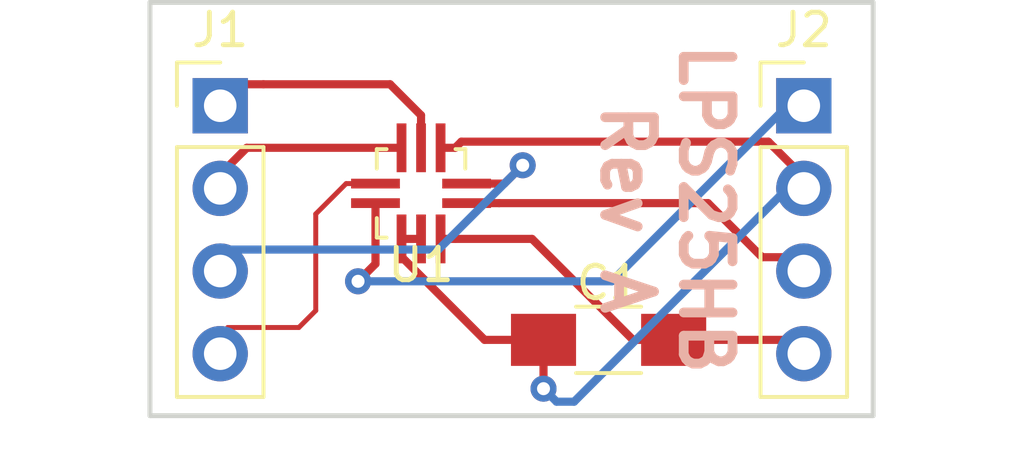
<source format=kicad_pcb>
(kicad_pcb (version 20171130) (host pcbnew 5.0.2+dfsg1-1)

  (general
    (thickness 1.6)
    (drawings 5)
    (tracks 46)
    (zones 0)
    (modules 4)
    (nets 9)
  )

  (page A4)
  (layers
    (0 F.Cu signal)
    (31 B.Cu signal)
    (32 B.Adhes user)
    (33 F.Adhes user)
    (36 B.SilkS user)
    (37 F.SilkS user)
    (38 B.Mask user)
    (39 F.Mask user)
    (40 Dwgs.User user)
    (41 Cmts.User user)
    (42 Eco1.User user)
    (43 Eco2.User user)
    (44 Edge.Cuts user)
    (45 Margin user)
    (46 B.CrtYd user)
    (47 F.CrtYd user)
    (48 B.Fab user)
    (49 F.Fab user)
  )

  (setup
    (last_trace_width 0.1524)
    (trace_clearance 0.1524)
    (zone_clearance 0.508)
    (zone_45_only no)
    (trace_min 0.1524)
    (segment_width 0.2)
    (edge_width 0.15)
    (via_size 0.6858)
    (via_drill 0.3302)
    (via_min_size 0.508)
    (via_min_drill 0.254)
    (uvia_size 0.6858)
    (uvia_drill 0.3302)
    (uvias_allowed no)
    (uvia_min_size 0.2)
    (uvia_min_drill 0.1)
    (pcb_text_width 0.3)
    (pcb_text_size 1.5 1.5)
    (mod_edge_width 0.15)
    (mod_text_size 1 1)
    (mod_text_width 0.15)
    (pad_size 1.524 1.524)
    (pad_drill 0.762)
    (pad_to_mask_clearance 0.0508)
    (aux_axis_origin 0 0)
    (visible_elements FFFFFF7F)
    (pcbplotparams
      (layerselection 0x010fc_ffffffff)
      (usegerberextensions false)
      (usegerberattributes false)
      (usegerberadvancedattributes false)
      (creategerberjobfile false)
      (excludeedgelayer true)
      (linewidth 0.100000)
      (plotframeref false)
      (viasonmask false)
      (mode 1)
      (useauxorigin false)
      (hpglpennumber 1)
      (hpglpenspeed 20)
      (hpglpendiameter 15.000000)
      (psnegative false)
      (psa4output false)
      (plotreference true)
      (plotvalue true)
      (plotinvisibletext false)
      (padsonsilk false)
      (subtractmaskfromsilk false)
      (outputformat 1)
      (mirror false)
      (drillshape 1)
      (scaleselection 1)
      (outputdirectory ""))
  )

  (net 0 "")
  (net 1 /GND)
  (net 2 /VDD)
  (net 3 /SDA_MOSI)
  (net 4 /SAO_MISO)
  (net 5 /SCLK)
  (net 6 /CS)
  (net 7 /INT)
  (net 8 /VDDio)

  (net_class Default "This is the default net class."
    (clearance 0.1524)
    (trace_width 0.1524)
    (via_dia 0.6858)
    (via_drill 0.3302)
    (uvia_dia 0.6858)
    (uvia_drill 0.3302)
    (add_net /CS)
    (add_net /GND)
    (add_net /INT)
    (add_net /SAO_MISO)
    (add_net /SCLK)
    (add_net /SDA_MOSI)
    (add_net /VDD)
    (add_net /VDDio)
  )

  (module lps25hb:ST_HLGA-10_2.5x2.5mm_P0.6mm_LayoutBorder3x2y_HandSolder (layer F.Cu) (tedit 5D17CC70) (tstamp 5D2F1CA6)
    (at 137.2362 93.4974 180)
    (descr "ST  HLGA, 10 Pin (https://www.st.com/resource/en/datasheet/lps25hb.pdf#page=46), generated with kicad-footprint-generator ipc_lga_layoutBorder_generator.py")
    (tags "ST HLGA LGA")
    (path /5D17B549)
    (attr smd)
    (fp_text reference U1 (at 0 -2.2 180) (layer F.SilkS)
      (effects (font (size 1 1) (thickness 0.15)))
    )
    (fp_text value LPS25HB (at 0 2.2 180) (layer F.Fab)
      (effects (font (size 1 1) (thickness 0.15)))
    )
    (fp_text user %R (at 0 0 180) (layer F.Fab)
      (effects (font (size 0.62 0.62) (thickness 0.09)))
    )
    (fp_line (start 1.5 -1.5) (end -1.5 -1.5) (layer F.CrtYd) (width 0.05))
    (fp_line (start 1.5 1.5) (end 1.5 -1.5) (layer F.CrtYd) (width 0.05))
    (fp_line (start -1.5 1.5) (end 1.5 1.5) (layer F.CrtYd) (width 0.05))
    (fp_line (start -1.5 -1.5) (end -1.5 1.5) (layer F.CrtYd) (width 0.05))
    (fp_line (start -1.25 -0.625) (end -0.625 -1.25) (layer F.Fab) (width 0.1))
    (fp_line (start -1.25 1.25) (end -1.25 -0.625) (layer F.Fab) (width 0.1))
    (fp_line (start 1.25 1.25) (end -1.25 1.25) (layer F.Fab) (width 0.1))
    (fp_line (start 1.25 -1.25) (end 1.25 1.25) (layer F.Fab) (width 0.1))
    (fp_line (start -0.625 -1.25) (end 1.25 -1.25) (layer F.Fab) (width 0.1))
    (fp_line (start 1.36 1.36) (end 1.36 0.76) (layer F.SilkS) (width 0.12))
    (fp_line (start 1.06 1.36) (end 1.36 1.36) (layer F.SilkS) (width 0.12))
    (fp_line (start -1.36 1.36) (end -1.36 0.76) (layer F.SilkS) (width 0.12))
    (fp_line (start -1.06 1.36) (end -1.36 1.36) (layer F.SilkS) (width 0.12))
    (fp_line (start 1.36 -1.36) (end 1.36 -0.76) (layer F.SilkS) (width 0.12))
    (fp_line (start 1.06 -1.36) (end 1.36 -1.36) (layer F.SilkS) (width 0.12))
    (pad 10 smd rect (at -0.6 -1.4 180) (size 0.3 1.5) (layers F.Cu F.Paste F.Mask)
      (net 2 /VDD))
    (pad 9 smd rect (at 0 -1.4 180) (size 0.3 1.5) (layers F.Cu F.Paste F.Mask)
      (net 1 /GND))
    (pad 8 smd rect (at 0.6 -1.4 180) (size 0.3 1.5) (layers F.Cu F.Paste F.Mask)
      (net 1 /GND))
    (pad 7 smd rect (at 1.4 -0.3 180) (size 1.5 0.3) (layers F.Cu F.Paste F.Mask)
      (net 7 /INT))
    (pad 6 smd rect (at 1.4 0.3 180) (size 1.5 0.3) (layers F.Cu F.Paste F.Mask)
      (net 6 /CS))
    (pad 5 smd rect (at 0.6 1.4 180) (size 0.3 1.5) (layers F.Cu F.Paste F.Mask)
      (net 4 /SAO_MISO))
    (pad 4 smd rect (at 0 1.4 180) (size 0.3 1.5) (layers F.Cu F.Paste F.Mask)
      (net 3 /SDA_MOSI))
    (pad 3 smd rect (at -0.6 1.4 180) (size 0.3 1.5) (layers F.Cu F.Paste F.Mask)
      (net 1 /GND))
    (pad 2 smd rect (at -1.4 0.3 180) (size 1.5 0.3) (layers F.Cu F.Paste F.Mask)
      (net 5 /SCLK))
    (pad 1 smd rect (at -1.4 -0.3 180) (size 1.5 0.3) (layers F.Cu F.Paste F.Mask)
      (net 8 /VDDio))
    (model ${KISYS3DMOD}/Package_LGA.3dshapes/ST_HLGA-10_2.5x2.5mm_P0.6mm_LayoutBorder3x2y.wrl
      (at (xyz 0 0 0))
      (scale (xyz 1 1 1))
      (rotate (xyz 0 0 0))
    )
  )

  (module Pin_Headers:Pin_Header_Straight_1x04_Pitch2.54mm (layer F.Cu) (tedit 59650532) (tstamp 5D2F2BB9)
    (at 131.064 90.805)
    (descr "Through hole straight pin header, 1x04, 2.54mm pitch, single row")
    (tags "Through hole pin header THT 1x04 2.54mm single row")
    (path /5D17B7FD)
    (fp_text reference J1 (at 0 -2.33) (layer F.SilkS)
      (effects (font (size 1 1) (thickness 0.15)))
    )
    (fp_text value Conn_01x04_Male (at 0 9.95) (layer F.Fab)
      (effects (font (size 1 1) (thickness 0.15)))
    )
    (fp_line (start -0.635 -1.27) (end 1.27 -1.27) (layer F.Fab) (width 0.1))
    (fp_line (start 1.27 -1.27) (end 1.27 8.89) (layer F.Fab) (width 0.1))
    (fp_line (start 1.27 8.89) (end -1.27 8.89) (layer F.Fab) (width 0.1))
    (fp_line (start -1.27 8.89) (end -1.27 -0.635) (layer F.Fab) (width 0.1))
    (fp_line (start -1.27 -0.635) (end -0.635 -1.27) (layer F.Fab) (width 0.1))
    (fp_line (start -1.33 8.95) (end 1.33 8.95) (layer F.SilkS) (width 0.12))
    (fp_line (start -1.33 1.27) (end -1.33 8.95) (layer F.SilkS) (width 0.12))
    (fp_line (start 1.33 1.27) (end 1.33 8.95) (layer F.SilkS) (width 0.12))
    (fp_line (start -1.33 1.27) (end 1.33 1.27) (layer F.SilkS) (width 0.12))
    (fp_line (start -1.33 0) (end -1.33 -1.33) (layer F.SilkS) (width 0.12))
    (fp_line (start -1.33 -1.33) (end 0 -1.33) (layer F.SilkS) (width 0.12))
    (fp_line (start -1.8 -1.8) (end -1.8 9.4) (layer F.CrtYd) (width 0.05))
    (fp_line (start -1.8 9.4) (end 1.8 9.4) (layer F.CrtYd) (width 0.05))
    (fp_line (start 1.8 9.4) (end 1.8 -1.8) (layer F.CrtYd) (width 0.05))
    (fp_line (start 1.8 -1.8) (end -1.8 -1.8) (layer F.CrtYd) (width 0.05))
    (fp_text user %R (at 0 3.81 90) (layer F.Fab)
      (effects (font (size 1 1) (thickness 0.15)))
    )
    (pad 1 thru_hole rect (at 0 0) (size 1.7 1.7) (drill 1) (layers *.Cu *.Mask)
      (net 3 /SDA_MOSI))
    (pad 2 thru_hole oval (at 0 2.54) (size 1.7 1.7) (drill 1) (layers *.Cu *.Mask)
      (net 4 /SAO_MISO))
    (pad 3 thru_hole oval (at 0 5.08) (size 1.7 1.7) (drill 1) (layers *.Cu *.Mask)
      (net 5 /SCLK))
    (pad 4 thru_hole oval (at 0 7.62) (size 1.7 1.7) (drill 1) (layers *.Cu *.Mask)
      (net 6 /CS))
    (model ${KISYS3DMOD}/Pin_Headers.3dshapes/Pin_Header_Straight_1x04_Pitch2.54mm.wrl
      (at (xyz 0 0 0))
      (scale (xyz 1 1 1))
      (rotate (xyz 0 0 0))
    )
  )

  (module Capacitors_SMD:C_1206_HandSoldering (layer F.Cu) (tedit 58AA84D1) (tstamp 5D21638F)
    (at 143 98)
    (descr "Capacitor SMD 1206, hand soldering")
    (tags "capacitor 1206")
    (path /5D17B934)
    (attr smd)
    (fp_text reference C1 (at 0 -1.75) (layer F.SilkS)
      (effects (font (size 1 1) (thickness 0.15)))
    )
    (fp_text value "C 100nF" (at 0 2) (layer F.Fab)
      (effects (font (size 1 1) (thickness 0.15)))
    )
    (fp_text user %R (at 0 -1.75) (layer F.Fab)
      (effects (font (size 1 1) (thickness 0.15)))
    )
    (fp_line (start -1.6 0.8) (end -1.6 -0.8) (layer F.Fab) (width 0.1))
    (fp_line (start 1.6 0.8) (end -1.6 0.8) (layer F.Fab) (width 0.1))
    (fp_line (start 1.6 -0.8) (end 1.6 0.8) (layer F.Fab) (width 0.1))
    (fp_line (start -1.6 -0.8) (end 1.6 -0.8) (layer F.Fab) (width 0.1))
    (fp_line (start 1 -1.02) (end -1 -1.02) (layer F.SilkS) (width 0.12))
    (fp_line (start -1 1.02) (end 1 1.02) (layer F.SilkS) (width 0.12))
    (fp_line (start -3.25 -1.05) (end 3.25 -1.05) (layer F.CrtYd) (width 0.05))
    (fp_line (start -3.25 -1.05) (end -3.25 1.05) (layer F.CrtYd) (width 0.05))
    (fp_line (start 3.25 1.05) (end 3.25 -1.05) (layer F.CrtYd) (width 0.05))
    (fp_line (start 3.25 1.05) (end -3.25 1.05) (layer F.CrtYd) (width 0.05))
    (pad 1 smd rect (at -2 0) (size 2 1.6) (layers F.Cu F.Paste F.Mask)
      (net 1 /GND))
    (pad 2 smd rect (at 2 0) (size 2 1.6) (layers F.Cu F.Paste F.Mask)
      (net 2 /VDD))
    (model Capacitors_SMD.3dshapes/C_1206.wrl
      (at (xyz 0 0 0))
      (scale (xyz 1 1 1))
      (rotate (xyz 0 0 0))
    )
  )

  (module Pin_Headers:Pin_Header_Straight_1x04_Pitch2.54mm (layer F.Cu) (tedit 59650532) (tstamp 5D2F2A43)
    (at 149 90.805)
    (descr "Through hole straight pin header, 1x04, 2.54mm pitch, single row")
    (tags "Through hole pin header THT 1x04 2.54mm single row")
    (path /5D17B893)
    (fp_text reference J2 (at 0 -2.33) (layer F.SilkS)
      (effects (font (size 1 1) (thickness 0.15)))
    )
    (fp_text value Conn_01x04_Male (at 0 9.95) (layer F.Fab)
      (effects (font (size 1 1) (thickness 0.15)))
    )
    (fp_text user %R (at 0 3.81 90) (layer F.Fab)
      (effects (font (size 1 1) (thickness 0.15)))
    )
    (fp_line (start 1.8 -1.8) (end -1.8 -1.8) (layer F.CrtYd) (width 0.05))
    (fp_line (start 1.8 9.4) (end 1.8 -1.8) (layer F.CrtYd) (width 0.05))
    (fp_line (start -1.8 9.4) (end 1.8 9.4) (layer F.CrtYd) (width 0.05))
    (fp_line (start -1.8 -1.8) (end -1.8 9.4) (layer F.CrtYd) (width 0.05))
    (fp_line (start -1.33 -1.33) (end 0 -1.33) (layer F.SilkS) (width 0.12))
    (fp_line (start -1.33 0) (end -1.33 -1.33) (layer F.SilkS) (width 0.12))
    (fp_line (start -1.33 1.27) (end 1.33 1.27) (layer F.SilkS) (width 0.12))
    (fp_line (start 1.33 1.27) (end 1.33 8.95) (layer F.SilkS) (width 0.12))
    (fp_line (start -1.33 1.27) (end -1.33 8.95) (layer F.SilkS) (width 0.12))
    (fp_line (start -1.33 8.95) (end 1.33 8.95) (layer F.SilkS) (width 0.12))
    (fp_line (start -1.27 -0.635) (end -0.635 -1.27) (layer F.Fab) (width 0.1))
    (fp_line (start -1.27 8.89) (end -1.27 -0.635) (layer F.Fab) (width 0.1))
    (fp_line (start 1.27 8.89) (end -1.27 8.89) (layer F.Fab) (width 0.1))
    (fp_line (start 1.27 -1.27) (end 1.27 8.89) (layer F.Fab) (width 0.1))
    (fp_line (start -0.635 -1.27) (end 1.27 -1.27) (layer F.Fab) (width 0.1))
    (pad 4 thru_hole oval (at 0 7.62) (size 1.7 1.7) (drill 1) (layers *.Cu *.Mask)
      (net 2 /VDD))
    (pad 3 thru_hole oval (at 0 5.08) (size 1.7 1.7) (drill 1) (layers *.Cu *.Mask)
      (net 8 /VDDio))
    (pad 2 thru_hole oval (at 0 2.54) (size 1.7 1.7) (drill 1) (layers *.Cu *.Mask)
      (net 1 /GND))
    (pad 1 thru_hole rect (at 0 0) (size 1.7 1.7) (drill 1) (layers *.Cu *.Mask)
      (net 7 /INT))
    (model ${KISYS3DMOD}/Pin_Headers.3dshapes/Pin_Header_Straight_1x04_Pitch2.54mm.wrl
      (at (xyz 0 0 0))
      (scale (xyz 1 1 1))
      (rotate (xyz 0 0 0))
    )
  )

  (gr_text "LPS25HB\nRev A" (at 144.78 93.98 270) (layer B.SilkS)
    (effects (font (size 1.5 1.5) (thickness 0.3)))
  )
  (gr_line (start 128.905 100.33) (end 128.905 87.63) (layer Edge.Cuts) (width 0.15))
  (gr_line (start 151.13 100.33) (end 128.905 100.33) (layer Edge.Cuts) (width 0.15))
  (gr_line (start 151.13 87.63) (end 151.13 100.33) (layer Edge.Cuts) (width 0.15))
  (gr_line (start 128.905 87.63) (end 151.13 87.63) (layer Edge.Cuts) (width 0.15))

  (segment (start 136.6362 95.4474) (end 136.6362 94.8974) (width 0.25) (layer F.Cu) (net 1))
  (segment (start 139.1888 98) (end 136.6362 95.4474) (width 0.25) (layer F.Cu) (net 1))
  (segment (start 141 98) (end 139.1888 98) (width 0.25) (layer F.Cu) (net 1))
  (segment (start 137.2362 94.8974) (end 136.6362 94.8974) (width 0.25) (layer F.Cu) (net 1))
  (segment (start 148.070201 92.070001) (end 148.9202 92.92) (width 0.25) (layer F.Cu) (net 1))
  (segment (start 138.2862 92.0974) (end 138.474801 91.908799) (width 0.25) (layer F.Cu) (net 1))
  (segment (start 147.908999 91.908799) (end 148.070201 92.070001) (width 0.25) (layer F.Cu) (net 1))
  (segment (start 138.474801 91.908799) (end 147.908999 91.908799) (width 0.25) (layer F.Cu) (net 1))
  (segment (start 137.8362 92.0974) (end 138.2862 92.0974) (width 0.25) (layer F.Cu) (net 1))
  (via (at 141 99.5) (size 0.8) (drill 0.4) (layers F.Cu B.Cu) (net 1))
  (segment (start 141 98) (end 141 99.5) (width 0.25) (layer F.Cu) (net 1))
  (segment (start 148.070201 93.769999) (end 148.9202 92.92) (width 0.25) (layer B.Cu) (net 1))
  (segment (start 141.940201 99.899999) (end 148.070201 93.769999) (width 0.25) (layer B.Cu) (net 1))
  (segment (start 141.399999 99.899999) (end 141.940201 99.899999) (width 0.25) (layer B.Cu) (net 1))
  (segment (start 141 99.5) (end 141.399999 99.899999) (width 0.25) (layer B.Cu) (net 1))
  (segment (start 146.25 98) (end 148.9202 98) (width 0.25) (layer F.Cu) (net 2))
  (segment (start 145 98) (end 146.25 98) (width 0.25) (layer F.Cu) (net 2))
  (segment (start 138.2862 94.8974) (end 137.8362 94.8974) (width 0.25) (layer F.Cu) (net 2))
  (segment (start 140.6474 94.8974) (end 138.2862 94.8974) (width 0.25) (layer F.Cu) (net 2))
  (segment (start 143.75 98) (end 140.6474 94.8974) (width 0.25) (layer F.Cu) (net 2))
  (segment (start 145 98) (end 143.75 98) (width 0.25) (layer F.Cu) (net 2))
  (segment (start 137.2362 91.0974) (end 136.2834 90.1446) (width 0.25) (layer F.Cu) (net 3))
  (segment (start 132.3926 90.1446) (end 131.2926 90.1446) (width 0.25) (layer F.Cu) (net 3))
  (segment (start 136.2834 90.1446) (end 132.3926 90.1446) (width 0.25) (layer F.Cu) (net 3))
  (segment (start 137.2362 92.0974) (end 137.2362 91.0974) (width 0.25) (layer F.Cu) (net 3))
  (segment (start 131.8798 92.0974) (end 131.2926 92.6846) (width 0.25) (layer F.Cu) (net 4))
  (segment (start 136.6362 92.0974) (end 131.8798 92.0974) (width 0.25) (layer F.Cu) (net 4))
  (via (at 140.3604 92.6338) (size 0.8) (drill 0.4) (layers F.Cu B.Cu) (net 5))
  (segment (start 138.6362 93.1974) (end 139.7968 93.1974) (width 0.25) (layer F.Cu) (net 5))
  (segment (start 139.7968 93.1974) (end 140.3604 92.6338) (width 0.25) (layer F.Cu) (net 5))
  (segment (start 137.7696 95.2246) (end 131.2926 95.2246) (width 0.25) (layer B.Cu) (net 5))
  (segment (start 140.3604 92.6338) (end 137.7696 95.2246) (width 0.25) (layer B.Cu) (net 5))
  (segment (start 133.48 97.62) (end 131.2926 97.62) (width 0.1524) (layer F.Cu) (net 6))
  (segment (start 134 97.1) (end 133.48 97.62) (width 0.1524) (layer F.Cu) (net 6))
  (segment (start 134 94.1312) (end 134 97.1) (width 0.1524) (layer F.Cu) (net 6))
  (segment (start 135.8362 93.1974) (end 134.9338 93.1974) (width 0.1524) (layer F.Cu) (net 6))
  (segment (start 134.9338 93.1974) (end 134 94.1312) (width 0.1524) (layer F.Cu) (net 6))
  (via (at 135.3 96.2) (size 0.8) (drill 0.4) (layers F.Cu B.Cu) (net 7))
  (segment (start 135.8362 93.7974) (end 135.8362 95.6638) (width 0.25) (layer F.Cu) (net 7))
  (segment (start 135.8362 95.6638) (end 135.3 96.2) (width 0.25) (layer F.Cu) (net 7))
  (segment (start 143.1002 96.2) (end 148.9202 90.38) (width 0.25) (layer B.Cu) (net 7))
  (segment (start 135.3 96.2) (end 143.1002 96.2) (width 0.25) (layer B.Cu) (net 7))
  (segment (start 139.6362 93.7974) (end 138.6362 93.7974) (width 0.25) (layer F.Cu) (net 8))
  (segment (start 146.055519 93.7974) (end 139.6362 93.7974) (width 0.25) (layer F.Cu) (net 8))
  (segment (start 147.718119 95.46) (end 146.055519 93.7974) (width 0.25) (layer F.Cu) (net 8))
  (segment (start 148.9202 95.46) (end 147.718119 95.46) (width 0.25) (layer F.Cu) (net 8))

)

</source>
